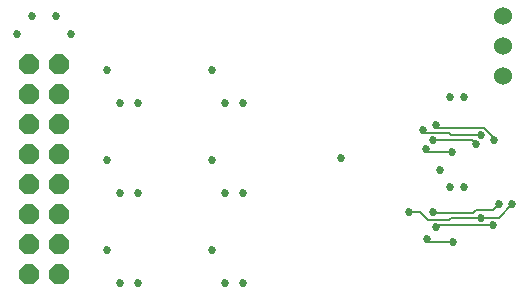
<source format=gbl>
G75*
G70*
%OFA0B0*%
%FSLAX24Y24*%
%IPPOS*%
%LPD*%
%AMOC8*
5,1,8,0,0,1.08239X$1,22.5*
%
%ADD10OC8,0.0660*%
%ADD11C,0.0600*%
%ADD12C,0.0270*%
%ADD13C,0.0070*%
D10*
X003660Y001050D03*
X004660Y001050D03*
X004660Y002050D03*
X003660Y002050D03*
X003660Y003050D03*
X004660Y003050D03*
X004660Y004050D03*
X003660Y004050D03*
X003660Y005050D03*
X004660Y005050D03*
X004660Y006050D03*
X003660Y006050D03*
X003660Y007050D03*
X004660Y007050D03*
X004660Y008050D03*
X003660Y008050D03*
D11*
X019460Y007650D03*
X019460Y008650D03*
X019460Y009650D03*
D12*
X018160Y006950D03*
X017710Y006950D03*
X017235Y006000D03*
X016810Y005850D03*
X017135Y005500D03*
X016910Y005225D03*
X017785Y005125D03*
X018585Y005375D03*
X018735Y005675D03*
X019170Y005525D03*
X017360Y004500D03*
X017710Y003950D03*
X018160Y003950D03*
X019335Y003375D03*
X019785Y003375D03*
X018735Y002925D03*
X019145Y002675D03*
X017810Y002125D03*
X017235Y002600D03*
X016935Y002225D03*
X017135Y003100D03*
X016335Y003100D03*
X014060Y004900D03*
X010810Y003750D03*
X010210Y003750D03*
X009760Y004850D03*
X007310Y003750D03*
X006710Y003750D03*
X006260Y004850D03*
X006710Y006750D03*
X007310Y006750D03*
X006260Y007850D03*
X005060Y009050D03*
X004560Y009650D03*
X003760Y009650D03*
X003260Y009050D03*
X009760Y007850D03*
X010210Y006750D03*
X010810Y006750D03*
X009760Y001850D03*
X010210Y000750D03*
X010810Y000750D03*
X007310Y000750D03*
X006710Y000750D03*
X006260Y001850D03*
D13*
X016335Y003100D02*
X016710Y003100D01*
X016960Y002850D01*
X017660Y002850D01*
X017735Y002925D01*
X018735Y002925D01*
X019335Y002925D01*
X019785Y003375D01*
X019335Y003375D02*
X019135Y003175D01*
X018560Y003175D01*
X018460Y003075D01*
X017160Y003075D01*
X017135Y003100D01*
X017310Y002675D02*
X017235Y002600D01*
X017310Y002675D02*
X019145Y002675D01*
X017810Y002125D02*
X017035Y002125D01*
X016935Y002225D01*
X017010Y005125D02*
X016910Y005225D01*
X017010Y005125D02*
X017785Y005125D01*
X017160Y005525D02*
X018435Y005525D01*
X018585Y005375D01*
X018735Y005675D02*
X017735Y005675D01*
X017660Y005750D01*
X016910Y005750D01*
X016810Y005850D01*
X017235Y006000D02*
X017310Y005925D01*
X018835Y005925D01*
X019170Y005590D01*
X019170Y005525D01*
X017160Y005525D02*
X017135Y005500D01*
M02*

</source>
